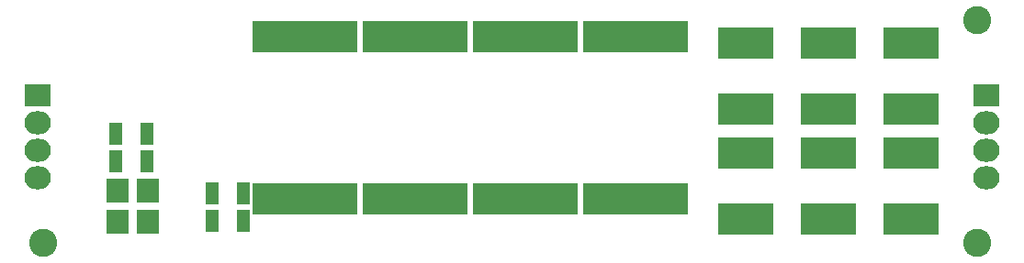
<source format=gbr>
G04 #@! TF.FileFunction,Soldermask,Top*
%FSLAX46Y46*%
G04 Gerber Fmt 4.6, Leading zero omitted, Abs format (unit mm)*
G04 Created by KiCad (PCBNEW 4.0.5+dfsg1-4) date Sat Sep 22 09:12:03 2018*
%MOMM*%
%LPD*%
G01*
G04 APERTURE LIST*
%ADD10C,0.100000*%
%ADD11R,2.000000X2.900000*%
%ADD12R,1.997660X2.200860*%
%ADD13R,1.300000X2.100000*%
%ADD14R,5.100000X2.850000*%
%ADD15R,2.432000X2.127200*%
%ADD16O,2.432000X2.127200*%
%ADD17C,2.600000*%
G04 APERTURE END LIST*
D10*
D11*
X90170000Y-25520000D03*
X88270000Y-25520000D03*
X86370000Y-25520000D03*
X92070000Y-25520000D03*
X93970000Y-25520000D03*
X90170000Y-40520000D03*
X88270000Y-40520000D03*
X86370000Y-40520000D03*
X92070000Y-40520000D03*
X93970000Y-40520000D03*
X80010000Y-25520000D03*
X78110000Y-25520000D03*
X76210000Y-25520000D03*
X81910000Y-25520000D03*
X83810000Y-25520000D03*
X80010000Y-40520000D03*
X78110000Y-40520000D03*
X76210000Y-40520000D03*
X81910000Y-40520000D03*
X83810000Y-40520000D03*
X69850000Y-25520000D03*
X67950000Y-25520000D03*
X66050000Y-25520000D03*
X71750000Y-25520000D03*
X73650000Y-25520000D03*
X69850000Y-40520000D03*
X67950000Y-40520000D03*
X66050000Y-40520000D03*
X71750000Y-40520000D03*
X73650000Y-40520000D03*
X59690000Y-25520000D03*
X57790000Y-25520000D03*
X55890000Y-25520000D03*
X61590000Y-25520000D03*
X63490000Y-25520000D03*
X59690000Y-40520000D03*
X57790000Y-40520000D03*
X55890000Y-40520000D03*
X61590000Y-40520000D03*
X63490000Y-40520000D03*
D12*
X42395140Y-39751000D03*
X45234860Y-39751000D03*
X42395140Y-42672000D03*
X45234860Y-42672000D03*
D13*
X54028000Y-40005000D03*
X51128000Y-40005000D03*
X54028000Y-42545000D03*
X51128000Y-42545000D03*
X45138000Y-37084000D03*
X42238000Y-37084000D03*
X45138000Y-34544000D03*
X42238000Y-34544000D03*
D14*
X100330000Y-32258000D03*
X100330000Y-26162000D03*
X107950000Y-32258000D03*
X107950000Y-26162000D03*
X115570000Y-32258000D03*
X115570000Y-26162000D03*
X115570000Y-36322000D03*
X115570000Y-42418000D03*
X107950000Y-36322000D03*
X107950000Y-42418000D03*
X100330000Y-36322000D03*
X100330000Y-42418000D03*
D15*
X122555000Y-30988000D03*
D16*
X122555000Y-33528000D03*
X122555000Y-36068000D03*
X122555000Y-38608000D03*
D15*
X35052000Y-30988000D03*
D16*
X35052000Y-33528000D03*
X35052000Y-36068000D03*
X35052000Y-38608000D03*
D17*
X35560000Y-44577000D03*
X121666000Y-24003000D03*
X121666000Y-44577000D03*
M02*

</source>
